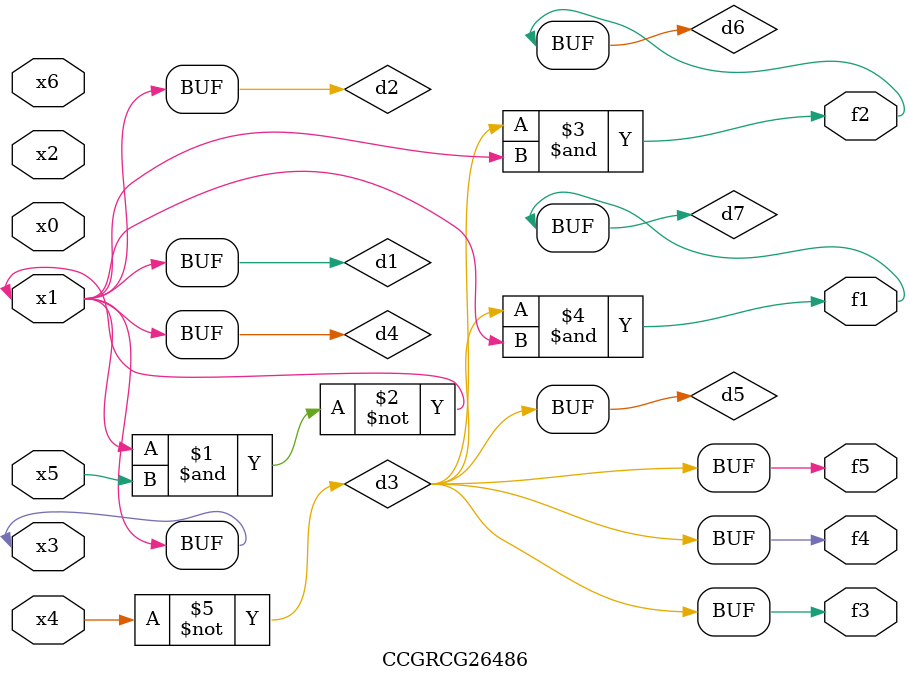
<source format=v>
module CCGRCG26486(
	input x0, x1, x2, x3, x4, x5, x6,
	output f1, f2, f3, f4, f5
);

	wire d1, d2, d3, d4, d5, d6, d7;

	buf (d1, x1, x3);
	nand (d2, x1, x5);
	not (d3, x4);
	buf (d4, d1, d2);
	buf (d5, d3);
	and (d6, d3, d4);
	and (d7, d3, d4);
	assign f1 = d7;
	assign f2 = d6;
	assign f3 = d5;
	assign f4 = d5;
	assign f5 = d5;
endmodule

</source>
